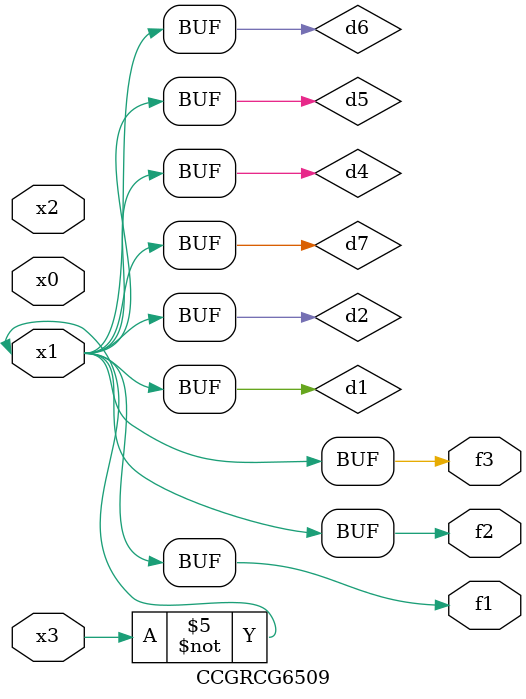
<source format=v>
module CCGRCG6509(
	input x0, x1, x2, x3,
	output f1, f2, f3
);

	wire d1, d2, d3, d4, d5, d6, d7;

	not (d1, x3);
	buf (d2, x1);
	xnor (d3, d1, d2);
	nor (d4, d1);
	buf (d5, d1, d2);
	buf (d6, d4, d5);
	nand (d7, d4);
	assign f1 = d6;
	assign f2 = d7;
	assign f3 = d6;
endmodule

</source>
